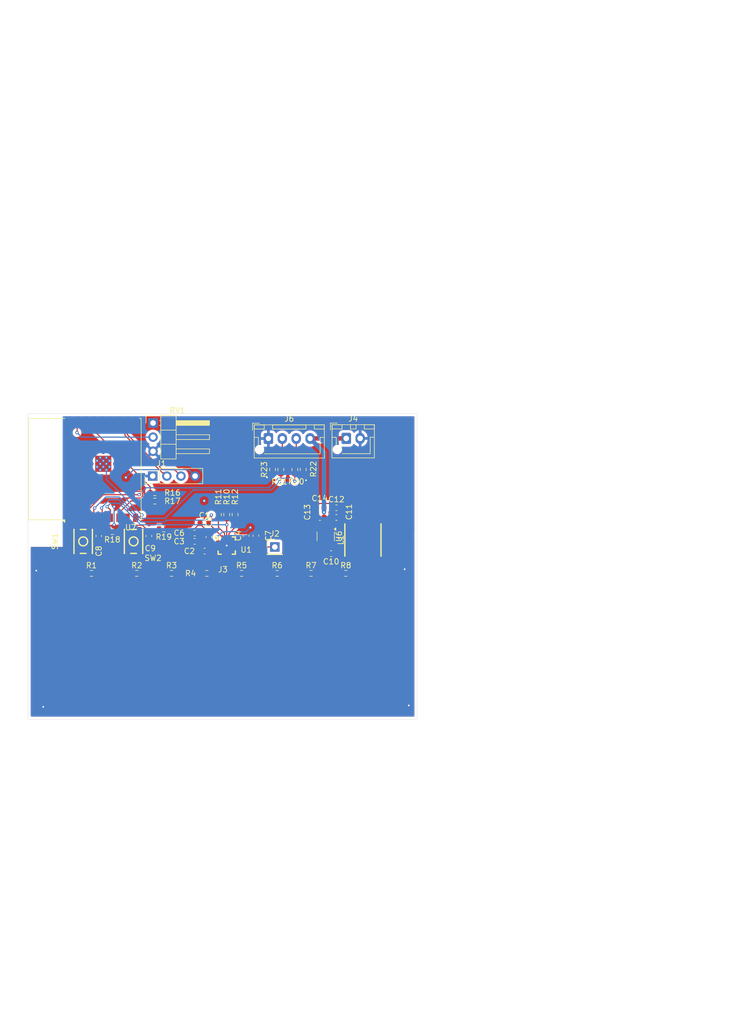
<source format=kicad_pcb>
(kicad_pcb (version 20241229) (generator "pcbnew") (generator_version "9.0")
  (layers (0 "F.Cu" signal) (2 "B.Cu" signal) (13 "F.Paste" user) (15 "B.Paste" user) (5 "F.SilkS" user "F.Silkscreen") (7 "B.SilkS" user "B.Silkscreen") (1 "F.Mask" user) (3 "B.Mask" user) (25 "Edge.Cuts" user))
  (net 0 "")
  (net 1 "MCLR")
  (net 2 "GND")
  (net 3 "VREGA")
  (net 4 "+3.3V")
  (net 5 "VREGD")
  (net 6 "EN")
  (net 7 "BOOT")
  (net 8 "Net-(U6-SW)")
  (net 9 "Net-(U6-BST)")
  (net 10 "+24V")
  (net 11 "TX")
  (net 12 "RX")
  (net 13 "Net-(J2-Pin_1)")
  (net 14 "Net-(J3-Pin_6)")
  (net 15 "Net-(J3-Pin_4)")
  (net 16 "Net-(J3-Pin_1)")
  (net 17 "Net-(J3-Pin_7)")
  (net 18 "Net-(J3-Pin_5)")
  (net 19 "Net-(J3-Pin_3)")
  (net 20 "Net-(J3-Pin_2)")
  (net 21 "Net-(J3-Pin_8)")
  (net 22 "/Main PCB/CLEDPin")
  (net 23 "/Main PCB/WLEDPin")
  (net 24 "Net-(U1-CRx0{slash}CTx0)")
  (net 25 "Net-(U1-CRx1{slash}CTx1)")
  (net 26 "Net-(U1-CRx2{slash}CTx2)")
  (net 27 "Net-(U1-CRx3{slash}CTx3)")
  (net 28 "Net-(U1-CRx4{slash}CTx4)")
  (net 29 "Net-(U1-CRx5{slash}CTx5)")
  (net 30 "Net-(U1-CRx6{slash}CTx6)")
  (net 31 "Net-(U1-CRx7{slash}CTx7)")
  (net 32 "SCL")
  (net 33 "SDA")
  (net 34 "RDY")
  (net 35 "Net-(U7-IO2)")
  (net 36 "Net-(U7-IO8)")
  (net 37 "Net-(U7-IO4)")
  (net 38 "Net-(U7-IO5)")
  (net 39 "PotPin")
  (net 45 "Net-(U7-GND-Pad19)")
  (footprint "Resistor_SMD:R_0603_1608Metric" (layer "F.Cu") (at 74 145.075 -90)
    (property "Reference" "R23")
    (property "Value" "10k")
  )
  (footprint "Resistor_SMD:R_0603_1608Metric" (layer "F.Cu") (at 41.425 163.75)
    (property "Reference" "R1")
    (property "Value" "470")
  )
  (footprint "Resistor_SMD:R_0603_1608Metric" (layer "F.Cu") (at 54.425 155.75 180)
    (property "Reference" "R19")
    (property "Value" "1k")
  )
  (footprint "Resistor_SMD:R_0603_1608Metric" (layer "F.Cu") (at 68.425 163.75)
    (property "Reference" "R5")
    (property "Value" "470")
  )
  (footprint "Resistor_SMD:R_0603_1608Metric" (layer "F.Cu") (at 87.175 163.75)
    (property "Reference" "R8")
    (property "Value" "470")
  )
  (footprint "Resistor_SMD:R_0603_1608Metric" (layer "F.Cu") (at 45.175 156.25 180)
    (property "Reference" "R18")
    (property "Value" "1k")
  )
  (footprint "Resistor_SMD:R_0603_1608Metric" (layer "F.Cu") (at 52.825 149.24)
    (property "Reference" "R16")
    (property "Value" "4.7k")
  )
  (footprint "Resistor_SMD:R_0603_1608Metric" (layer "F.Cu") (at 49.575 163.75)
    (property "Reference" "R2")
    (property "Value" "470")
  )
  (footprint "Resistor_SMD:R_0603_1608Metric" (layer "F.Cu") (at 52.825 150.75)
    (property "Reference" "R17")
    (property "Value" "4.7k")
  )
  (footprint "Capacitor_SMD:C_0603_1608Metric" (layer "F.Cu") (at 82.5 153.7)
    (property "Reference" "C13")
    (property "Value" "22uF")
  )
  (footprint "Capacitor_SMD:C_0603_1608Metric" (layer "F.Cu") (at 42.75 157.025 -90)
    (property "Reference" "C8")
    (property "Value" "0.1uF")
  )
  (footprint "Connector_PinHeader_2.54mm:PinHeader_1x01_P2.54mm_Vertical" (layer "F.Cu") (at 74.4 159)
    (property "Reference" "J2")
    (property "Value" "Conn_01x01")
  )
  (footprint "Resistor_SMD:R_0603_1608Metric" (layer "F.Cu") (at 65.75 153.175 90)
    (property "Reference" "R10")
    (property "Value" "4.7k")
  )
  (footprint "Capacitor_SMD:C_0603_1608Metric" (layer "F.Cu") (at 61.775 159.75)
    (property "Reference" "C2")
    (property "Value" "100pF")
  )
  (footprint "Resistor_SMD:R_0603_1608Metric" (layer "F.Cu") (at 62.175 163.75)
    (property "Reference" "R4")
    (property "Value" "470")
  )
  (footprint "Connector_PinHeader_2.54mm:PinHeader_1x04_P2.54mm_Vertical" (layer "F.Cu") (at 52.44 146.25 90)
    (property "Reference" "J1")
    (property "Value" "Conn_01x04_Pin")
  )
  (footprint "Capacitor_SMD:C_0603_1608Metric" (layer "F.Cu") (at 71 156.975 90)
    (property "Reference" "C7")
    (property "Value" "100pF")
  )
  (footprint "easyeda2kicad:KEY-SMD_4P-L4.2-W3.25-P2.15-TL" (layer "F.Cu") (at 39.94 158 90)
    (property "Reference" "SW1")
    (property "Value" "PTS815SJM250SMTRLFS")
  )
  (footprint "Resistor_SMD:R_0603_1608Metric" (layer "F.Cu") (at 79.5 145.075 -90)
    (property "Reference" "R22")
    (property "Value" "10k")
  )
  (footprint "Resistor_SMD:R_0603_1608Metric" (layer "F.Cu") (at 78 145.075 -90)
    (property "Reference" "R20")
    (property "Value" "1k")
  )
  (footprint "Connector_JST:JST_XH_B4B-XH-AM_1x04_P2.50mm_Vertical" (layer "F.Cu") (at 73.25 139.5)
    (property "Reference" "J6")
    (property "Value" "Conn_01x04")
  )
  (footprint "Connector_JST:JST_XH_B2B-XH-AM_1x02_P2.50mm_Vertical" (layer "F.Cu") (at 87.25 139.475)
    (property "Reference" "J4")
    (property "Value" "Conn_01x02")
  )
  (footprint "Resistor_SMD:R_0603_1608Metric" (layer "F.Cu") (at 80.925 163.75)
    (property "Reference" "R7")
    (property "Value" "470")
  )
  (footprint "Capacitor_SMD:C_0603_1608Metric" (layer "F.Cu") (at 85.475 153.7 180)
    (property "Reference" "C11")
    (property "Value" "22uF")
  )
  (footprint "Capacitor_SMD:C_0603_1608Metric" (layer "F.Cu") (at 59.975 156.5)
    (property "Reference" "C6")
    (property "Value" "2.2uF")
  )
  (footprint "Capacitor_SMD:C_0603_1608Metric" (layer "F.Cu") (at 82.475 151.95)
    (property "Reference" "C14")
    (property "Value" "22uF")
  )
  (footprint "RF_Module:ESP32-C3-WROOM-02" (layer "F.Cu") (at 43.35 145 90)
    (property "Reference" "U7")
    (property "Value" "ESP32-C3-WROOM-02")
  )
  (footprint "Resistor_SMD:R_0603_1608Metric" (layer "F.Cu") (at 67.25 153.175 90)
    (property "Reference" "R12")
    (property "Value" "4.7k")
  )
  (footprint "Capacitor_SMD:C_0603_1608Metric" (layer "F.Cu") (at 51.75 157.025 -90)
    (property "Reference" "C9")
    (property "Value" "0.1uF")
  )
  (footprint "Capacitor_SMD:C_0603_1608Metric" (layer "F.Cu") (at 85.475 151.95 180)
    (property "Reference" "C12")
    (property "Value" "22uF")
  )
  (footprint "Capacitor_SMD:C_0603_1608Metric" (layer "F.Cu") (at 59.975 158)
    (property "Reference" "C3")
    (property "Value" "2.2uF")
  )
  (footprint "easyeda2kicad:IND-SMD_L5.8-W5.8" (layer "F.Cu") (at 90.25 157.75 90)
    (property "Reference" "L1")
    (property "Value" "3.9uH")
  )
  (footprint "Resistor_SMD:R_0603_1608Metric" (layer "F.Cu") (at 64.25 153.175 90)
    (property "Reference" "R11")
    (property "Value" "4.7k")
  )
  (footprint "easyeda2kicad:KEY-SMD_4P-L4.2-W3.25-P2.15-TL" (layer "F.Cu") (at 49 158 90)
    (property "Reference" "SW2")
    (property "Value" "PTS815SJM250SMTRLFS")
  )
  (footprint "Resistor_SMD:R_0603_1608Metric" (layer "F.Cu") (at 75.49 145.075 -90)
    (property "Reference" "R21")
    (property "Value" "1k")
  )
  (footprint "Capacitor_SMD:C_0603_1608Metric" (layer "F.Cu") (at 62.55 157.225 -90)
    (property "Reference" "C5")
    (property "Value" "100pF")
  )
  (footprint "easyeda2kicad:WQFN-20_L3.0-W3.0-P0.40-BL-EP1.7" (layer "F.Cu") (at 65.75 158.75 -90)
    (property "Reference" "U1")
    (property "Value" "IQS7222A001QNR")
  )
  (footprint "Resistor_SMD:R_0603_1608Metric" (layer "F.Cu") (at 55.825 163.75)
    (property "Reference" "R3")
    (property "Value" "470")
  )
  (footprint "Extra:TouchSlider-8_50x20mm" (layer "F.Cu") (at 65.0625 175)
    (property "Reference" "J3")
    (property "Value" "Conn_01x08")
  )
  (footprint "Resistor_SMD:R_0603_1608Metric" (layer "F.Cu") (at 74.825 163.75)
    (property "Reference" "R6")
    (property "Value" "470")
  )
  (footprint "Package_TO_SOT_SMD:TSOT-23-6" (layer "F.Cu") (at 83.55 157.0875 -90)
    (property "Reference" "U6")
    (property "Value" "AP63203WU")
  )
  (footprint "Capacitor_SMD:C_0603_1608Metric" (layer "F.Cu") (at 69.25 156.975 90)
    (property "Reference" "C4")
    (property "Value" "4.7uF")
  )
  (footprint "Connector_PinHeader_2.54mm:PinHeader_1x03_P2.54mm_Horizontal" (layer "F.Cu") (at 52.5 136.71)
    (property "Reference" "RV1")
    (property "Value" "R_Potentiometer")
  )
  (footprint "Capacitor_SMD:C_0603_1608Metric" (layer "F.Cu") (at 84.525 160.2 180)
    (property "Reference" "C10")
    (property "Value" "100nF")
  )
  (footprint "Capacitor_SMD:C_0603_1608Metric" (layer "F.Cu") (at 61.725 154.75)
    (property "Reference" "C1")
    (property "Value" "100nF")
  )
  (gr_line (start 100 190) (end 100 135) (stroke (width 0.05)) (layer "Edge.Cuts"))
  (gr_line (start 30 135) (end 30 190) (stroke (width 0.05)) (layer "Edge.Cuts"))
  (gr_line (start 30 190) (end 100 190) (stroke (width 0.05)) (layer "Edge.Cuts"))
  (gr_line (start 100 135) (end 30 135) (stroke (width 0.05)) (layer "Edge.Cuts"))
  (segment (start 62.5 154.75) (end 64.95 157.2) (width 0.2) (layer "F.Cu") (net 1))
  (segment (start 64.95 157.2) (end 64.95 157.25) (width 0.2) (layer "F.Cu") (net 1))
  (segment (start 81.7 157.325) (end 82.6 158.225) (width 0.2) (layer "F.Cu") (net 2))
  (segment (start 79.5 146.5) (end 80 147) (width 0.2) (layer "F.Cu") (net 2))
  (segment (start 50 158) (end 50.08 157.92) (width 0.2) (layer "F.Cu") (net 2))
  (segment (start 41.02 157.98) (end 41 158) (width 0.2) (layer "F.Cu") (net 2))
  (segment (start 62.55 156.45) (end 60.95 154.85) (width 0.2) (layer "F.Cu") (net 2))
  (segment (start 60.95 154.85) (end 60.95 154.75) (width 0.2) (layer "F.Cu") (net 2))
  (segment (start 41.02 155.92) (end 41.02 157.98) (width 0.2) (layer "F.Cu") (net 2))
  (segment (start 60.95 154.75) (end 59.2 156.5) (width 0.2) (layer "F.Cu") (net 2))
  (segment (start 59.25 158) (end 59.2 158) (width 0.2) (layer "F.Cu") (net 2))
  (segment (start 74 145.9) (end 73.6 145.9) (width 0.2) (layer "F.Cu") (net 2))
  (segment (start 81.7 151.95) (end 81.7 157.325) (width 0.2) (layer "F.Cu") (net 2))
  (segment (start 85.474 151.174) (end 82.476 151.174) (width 0.2) (layer "F.Cu") (net 2))
  (segment (start 66.55 157.95) (end 65.75 158.75) (width 0.2) (layer "F.Cu") (net 2))
  (segment (start 86.25 151.95) (end 85.474 151.174) (width 0.2) (layer "F.Cu") (net 2))
  (segment (start 82.476 151.174) (end 81.7 151.95) (width 0.2) (layer "F.Cu") (net 2))
  (segment (start 66.55 157.25) (end 66.55 157.95) (width 0.2) (layer "F.Cu") (net 2))
  (segment (start 50.08 155.92) (end 50.08 157.92) (width 0.2) (layer "F.Cu") (net 2))
  (segment (start 67.25 157.95) (end 66.55 157.95) (width 0.2) (layer "F.Cu") (net 2))
  (segment (start 61 159.75) (end 59.25 158) (width 0.2) (layer "F.Cu") (net 2))
  (segment (start 79.5 145.9) (end 79.5 146.5) (width 0.2) (layer "F.Cu") (net 2))
  (segment (start 64.25 158.75) (end 65.75 158.75) (width 0.2) (layer "F.Cu") (net 2))
  (segment (start 73.6 145.9) (end 73 146.5) (width 0.2) (layer "F.Cu") (net 2))
  (via (at 31.5 163.25) (size 0.6) (drill 0.3) (layers "F.Cu" "B.Cu") (net 2))
  (via (at 97.75 163) (size 0.6) (drill 0.3) (layers "F.Cu" "B.Cu") (net 2))
  (via (at 65.75 158.75) (size 0.6) (drill 0.3) (layers "F.Cu" "B.Cu") (net 2))
  (via (at 98.5 187.5) (size 0.6) (drill 0.3) (layers "F.Cu" "B.Cu") (net 2))
  (via (at 80 147) (size 0.6) (drill 0.3) (layers "F.Cu" "B.Cu") (net 2))
  (via (at 32.75 187.75) (size 0.6) (drill 0.3) (layers "F.Cu" "B.Cu") (net 2))
  (via (at 73 146.5) (size 0.6) (drill 0.3) (layers "F.Cu" "B.Cu") (net 2))
  (segment (start 60.95 157.95) (end 61 158) (width 0.2) (layer "F.Cu") (net 3))
  (segment (start 62.55 159.75) (end 63.15 159.15) (width 0.2) (layer "F.Cu") (net 3))
  (segment (start 62.55 159.75) (end 62.5 159.75) (width 0.2) (layer "F.Cu") (net 3))
  (segment (start 62.5 159.75) (end 60.75 158) (width 0.2) (layer "F.Cu") (net 3))
  (segment (start 63.15 159.15) (end 64.25 159.15) (width 0.2) (layer "F.Cu") (net 3))
  (segment (start 50.601 149.351057) (end 50.248943 148.999) (width 0.2) (layer "F.Cu") (net 4))
  (segment (start 84.7 153.7) (end 84.7 154.2) (width 0.2) (layer "F.Cu") (net 4))
  (segment (start 61.7 147.89) (end 61.7 150.7) (width 0.2) (layer "F.Cu") (net 4))
  (segment (start 85.75 155.25) (end 85.75 155.3) (width 0.2) (layer "F.Cu") (net 4))
  (segment (start 84.65 155.8) (end 84.5 155.95) (width 0.2) (layer "F.Cu") (net 4))
  (segment (start 86.8 155.8) (end 84.7 153.7) (width 0.2) (layer "F.Cu") (net 4))
  (segment (start 69.25 156.2) (end 70 156.2) (width 0.2) (layer "F.Cu") (net 4))
  (segment (start 70 156.2) (end 70 155.5) (width 0.2) (layer "F.Cu") (net 4))
  (segment (start 64.25 157.95) (end 64.25 157.5) (width 0.2) (layer "F.Cu") (net 4))
  (segment (start 90.25 155.8) (end 86.25 155.8) (width 0.2) (layer "F.Cu") (net 4))
  (segment (start 45.5 151.75) (end 47.049 150.201) (width 0.2) (layer "F.Cu") (net 4))
  (segment (start 84.7 155.75) (end 84.5 155.95) (width 0.2) (layer "F.Cu") (net 4))
  (segment (start 84.7 153.7) (end 84.7 155.75) (width 0.2) (layer "F.Cu") (net 4))
  (segment (start 85.75 155.3) (end 86.25 155.8) (width 0.2) (layer "F.Cu") (net 4))
  (segment (start 47.049 150.201) (end 50.248943 150.201) (width 0.2) (layer "F.Cu") (net 4))
  (segment (start 60.06 146.25) (end 61.7 147.89) (width 0.2) (layer "F.Cu") (net 4))
  (segment (start 50.601 149.848943) (end 50.601 149.351057) (width 0.2) (layer "F.Cu") (net 4))
  (segment (start 84.7 154.2) (end 85.75 155.25) (width 0.2) (layer "F.Cu") (net 4))
  (segment (start 41.001 148.999) (end 40 150) (width 0.2) (layer "F.Cu") (net 4))
  (segment (start 86.25 155.8) (end 84.65 155.8) (width 0.2) (layer "F.Cu") (net 4))
  (segment (start 90.25 155.8) (end 86.8 155.8) (width 0.2) (layer "F.Cu") (net 4))
  (segment (start 70 156.2) (end 71 156.2) (width 0.2) (layer "F.Cu") (net 4))
  (segment (start 64.25 157.5) (end 64 157.25) (width 0.2) (layer "F.Cu") (net 4))
  (segment (start 50.248943 150.201) (end 50.601 149.848943) (width 0.2) (layer "F.Cu") (net 4))
  (segment (start 50.248943 148.999) (end 41.001 148.999) (width 0.2) (layer "F.Cu") (net 4))
  (via (at 47.6 146.5) (size 0.6) (drill 0.3) (layers "F.Cu" "B.Cu") (net 4))
  (via (at 64 157.25) (size 0.6) (drill 0.3) (layers "F.Cu" "B.Cu") (net 4))
  (via (at 45.5 155) (size 0.6) (drill 0.3) (layers "F.Cu" "B.Cu") (net 4))
  (via (at 61.7 150.7) (size 0.6) (drill 0.3) (layers "F.Cu" "B.Cu") (net 4))
  (via (at 70 155.5) (size 0.6) (drill 0.3) (layers "F.Cu" "B.Cu") (net 4))
  (via (at 45.5 151.75) (size 0.6) (drill 0.3) (layers "F.Cu" "B.Cu") (net 4))
  (segment (start 49.001 145.099) (end 47.6 146.5) (width 0.2) (layer "B.Cu") (net 4))
  (segment (start 65 156.25) (end 64 157.25) (width 0.2) (layer "B.Cu") (net 4))
  (segment (start 60.06 146.25) (end 58.909 145.099) (width 0.2) (layer "B.Cu") (net 4))
  (segment (start 45.5 155) (end 45.5 151.75) (width 0.2) (layer "B.Cu") (net 4))
  (segment (start 70 155.5) (end 69.25 156.25) (width 0.2) (layer "B.Cu") (net 4))
  (segment (start 58.909 145.099) (end 49.001 145.099) (width 0.2) (layer "B.Cu") (net 4))
  (segment (start 69.25 156.25) (end 65 156.25) (width 0.2) (layer "B.Cu") (net 4))
  (segment (start 62.25 158) (end 62.55 158) (width 0.2) (layer "F.Cu") (net 5))
  (segment (start 60.75 156.5) (end 62.25 158) (width 0.2) (layer "F.Cu") (net 5))
  (segment (start 64.25 158.35) (end 62.9 158.35) (width 0.2) (layer "F.Cu") (net 5))
  (segment (start 62.9 158.35) (end 62.55 158) (width 0.2) (layer "F.Cu") (net 5))
  (segment (start 44.35 156.25) (end 42.75 156.25) (width 0.2) (layer "F.Cu") (net 6))
  (segment (start 38.85 153.75) (end 38.85 155.91) (width 0.2) (layer "F.Cu") (net 6))
  (segment (start 39.686 155.094) (end 38.86 155.92) (width 0.2) (layer "F.Cu") (net 6))
  (segment (start 42.75 156.25) (end 41.594 155.094) (width 0.2) (layer "F.Cu") (net 6))
  (segment (start 41.594 155.094) (end 39.686 155.094) (width 0.2) (layer "F.Cu") (net 6))
  (segment (start 38.85 155.91) (end 38.86 155.92) (width 0.2) (layer "F.Cu") (net 6))
  (segment (start 53.6 155.75) (end 52.25 155.75) (width 0.2) (layer "F.Cu") (net 7))
  (segment (start 51.75 156.25) (end 50.594 155.094) (width 0.2) (layer "F.Cu") (net 7))
  (segment (start 52.25 155.75) (end 51.75 156.25) (width 0.2) (layer "F.Cu") (net 7))
  (segment (start 47.85 155.85) (end 47.92 155.92) (width 0.2) (layer "F.Cu") (net 7))
  (segment (start 47.85 153.75) (end 47.85 155.85) (width 0.2) (layer "F.Cu") (net 7))
  (segment (start 48.746 155.094) (end 47.92 155.92) (width 0.2) (layer "F.Cu") (net 7))
  (segment (start 50.594 155.094) (end 48.746 155.094) (width 0.2) (layer "F.Cu") (net 7))
  (segment (start 88.974 160.976) (end 90.25 159.7) (width 0.2) (layer "F.Cu") (net 8))
  (segment (start 83.75 160.2) (end 84.526 160.976) (width 0.2) (layer "F.Cu") (net 8))
  (segment (start 83.55 158.225) (end 83.55 160) (width 0.2) (layer "F.Cu") (net 8))
  (segment (start 84.526 160.976) (end 88.974 160.976) (width 0.2) (layer "F.Cu") (net 8))
  (segment (start 83.55 160) (end 83.75 160.2) (width 0.2) (layer "F.Cu") (net 8))
  (segment (start 84.5 159.4) (end 85.3 160.2) (width 0.2) (layer "F.Cu") (net 9))
  (segment (start 84.5 158.225) (end 84.5 159.4) (width 0.2) (layer "F.Cu") (net 9))
  (segment (start 83.275 155.675) (end 83.55 155.95) (width 0.2) (layer "F.Cu") (net 10))
  (segment (start 83.275 155.275) (end 83.025 155.525) (width 0.2) (layer "F.Cu") (net 10))
  (segment (start 87.25 139.475) (end 80.775 139.475) (width 0.8) (layer "F.Cu") (net 10))
  (segment (start 83.55 155.95) (end 82.6 155.95) (width 0.2) (layer "F.Cu") (net 10))
  (segment (start 83.25 153.675) (end 83.275 153.7) (width 0.2) (layer "F.Cu") (net 10))
  (segment (start 83.275 153.7) (end 83.275 155.275) (width 0.2) (layer "F.Cu") (net 10))
  (segment (start 83.25 151.95) (end 83.25 153.675) (width 0.2) (layer "F.Cu") (net 10))
  (segment (start 83.125 155.525) (end 83.025 155.525) (width 0.2) (layer "F.Cu") (net 10))
  (segment (start 83.25 151.95) (end 83.25 152.75) (width 0.2) (layer "F.Cu") (net 10))
  (segment (start 80.775 139.475) (end 80.75 139.5) (width 0.8) (layer "F.Cu") (net 10))
  (segment (start 83.25 152.75) (end 83.25 155.3) (width 0.2) (layer "F.Cu") (net 10))
  (segment (start 83.025 155.525) (end 82.6 155.95) (width 0.2) (layer "F.Cu") (net 10))
  (segment (start 83.55 155.95) (end 83.125 155.525) (width 0.2) (layer "F.Cu") (net 10))
  (segment (start 83.25 155.3) (end 82.6 155.95) (width 0.2) (layer "F.Cu") (net 10))
  (segment (start 83.275 153.7) (end 83.275 155.675) (width 0.2) (layer "F.Cu") (net 10))
  (via (at 83.25 152.75) (size 0.6) (drill 0.3) (layers "F.Cu" "B.Cu") (net 10))
  (segment (start 83.25 142) (end 83.25 152.75) (width 0.8) (layer "B.Cu") (net 10))
  (segment (start 80.75 139.5) (end 83.25 142) (width 0.8) (layer "B.Cu") (net 10))
  (segment (start 54.25757 145.74243) (end 47.449 138.93386) (width 0.2) (layer "F.Cu") (net 11))
  (segment (start 54.365 145.635) (end 54.25757 145.74243) (width 0.2) (layer "F.Cu") (net 11))
  (segment (start 54.98 146.25) (end 54.365 145.635) (width 0.2) (layer "F.Cu") (net 11))
  (segment (start 47.449 138.93386) (end 47.449 137.699) (width 0.2) (layer "F.Cu") (net 11))
  (segment (start 46.35 136.6) (end 46.35 136.25) (width 0.2) (layer "F.Cu") (net 11))
  (segment (start 47.449 137.699) (end 46.35 136.6) (width 0.2) (layer "F.Cu") (net 11))
  (segment (start 47.85 138.76776) (end 54.18124 145.099) (width 0.2) (layer "F.Cu") (net 12))
  (segment (start 47.85 136.25) (end 47.85 138.76776) (width 0.2) (layer "F.Cu") (net 12))
  (segment (start 56.369 145.099) (end 57.52 146.25) (width 0.2) (layer "F.Cu") (net 12))
  (segment (start 54.18124 145.099) (end 56.369 145.099) (width 0.2) (layer "F.Cu") (net 12))
  (segment (start 68.5 159) (end 74.4 159) (width 0.2) (layer "F.Cu") (net 13))
  (segment (start 67.85 158.35) (end 68.5 159) (width 0.2) (layer "F.Cu") (net 13))
  (segment (start 67.25 158.35) (end 67.85 158.35) (width 0.2) (layer "F.Cu") (net 13))
  (segment (start 75.65 163.75) (end 75.65 167.4) (width 0.2) (layer "F.Cu") (net 14))
  (segment (start 75.65 167.4) (end 75.75 167.5) (width 0.2) (layer "F.Cu") (net 14))
  (segment (start 63 163.75) (end 63 167.25) (width 0.2) (layer "F.Cu") (net 15))
  (segment (start 63 167.25) (end 63.25 167.5) (width 0.2) (layer "F.Cu") (net 15))
  (segment (start 42.25 163.75) (end 42.25 165.25) (width 0.2) (layer "F.Cu") (net 16))
  (segment (start 42.25 165.25) (end 44.5 167.5) (width 0.2) (layer "F.Cu") (net 16))
  (segment (start 81.75 167.25) (end 82 167.5) (width 0.2) (layer "F.Cu") (net 17))
  (segment (start 81.75 163.75) (end 81.75 167.25) (width 0.2) (layer "F.Cu") (net 17))
  (segment (start 69.25 163.75) (end 69.25 167.25) (width 0.2) (layer "F.Cu") (net 18))
  (segment (start 69.25 167.25) (end 69.5 167.5) (width 0.2) (layer "F.Cu") (net 18))
  (segment (start 56.65 167.15) (end 57 167.5) (width 0.2) (layer "F.Cu") (net 19))
  (segment (start 56.65 163.75) (end 56.65 167.15) (width 0.2) (layer "F.Cu") (net 19))
  (segment (start 50.4 163.75) (end 50.4 167.15) (width 0.2) (layer "F.Cu") (net 20))
  (segment (start 50.4 167.15) (end 50.75 167.5) (width 0.2) (layer "F.Cu") (net 20))
  (segment (start 88 163.75) (end 88 169.8125) (width 0.2) (layer "F.Cu") (net 21))
  (segment (start 88 169.8125) (end 87.8125 170) (width 0.2) (layer "F.Cu") (net 21))
  (segment (start 75.75 143.99) (end 75.49 144.25) (width 0.2) (layer "F.Cu") (net 22))
  (segment (start 75.75 139.5) (end 75.75 143.99) (width 0.2) (layer "F.Cu") (net 22))
  (segment (start 75.49 144.25) (end 74 144.25) (width 0.2) (layer "F.Cu") (net 22))
  (segment (start 79.5 144.25) (end 78 144.25) (width 0.2) (layer "F.Cu") (net 23))
  (segment (start 78.25 139.5) (end 78.25 144) (width 0.2) (layer "F.Cu") (net 23))
  (segment (start 78.25 144) (end 78 144.25) (width 0.2) (layer "F.Cu") (net 23))
  (segment (start 64.25 159.55) (end 64.25 160.45) (width 0.2) (layer "F.Cu") (net 24))
  (segment (start 50.4 161.2) (end 50.1 161.5) (width 0.2) (layer "F.Cu") (net 24))
  (segment (start 50.1 161.5) (end 42.85 161.5) (width 0.2) (layer "F.Cu") (net 24))
  (segment (start 63.5 161.2) (end 50.4 161.2) (width 0.2) (layer "F.Cu") (net 24))
  (segment (start 42.85 161.5) (end 40.6 163.75) (width 0.2) (layer "F.Cu") (net 24))
  (segment (start 64.25 160.45) (end 63.5 161.2) (width 0.2) (layer "F.Cu") (net 24))
  (segment (start 64.95 160.65) (end 63.8 161.8) (width 0.2) (layer "F.Cu") (net 25))
  (segment (start 63.8 161.8) (end 50.7 161.8) (width 0.2) (layer "F.Cu") (net 25))
  (segment (start 64.95 160.25) (end 64.95 160.65) (width 0.2) (layer "F.Cu") (net 25))
  (segment (start 50.7 161.8) (end 48.75 163.75) (width 0.2) (layer "F.Cu") (net 25))
  (segment (start 56.55 162.2) (end 64.0329 162.2) (width 0.2) (layer "F.Cu") (net 26))
  (segment (start 65.35 160.8829) (end 65.35 160.25) (width 0.2) (layer "F.Cu") (net 26))
  (segment (start 64.0329 162.2) (end 65.35 160.8829) (width 0.2) (layer "F.Cu") (net 26))
  (segment (start 55 163.75) (end 56.55 162.2) (width 0.2) (layer "F.Cu") (net 26))
  (segment (start 62.4 162.7) (end 61.35 163.75) (width 0.2) (layer "F.Cu") (net 27))
  (segment (start 65.75 160.25) (end 65.75 161.05) (width 0.2) (layer "F.Cu") (net 27))
  (segment (start 65.75 161.05) (end 64.1 162.7) (width 0.2) (layer "F.Cu") (net 27))
  (segment (start 64.1 162.7) (end 62.4 162.7) (width 0.2) (layer "F.Cu") (net 27))
  (segment (start 66.15 162.3) (end 66.15 160.25) (width 0.2) (layer "F.Cu") (net 28))
  (segment (start 67.6 163.75) (end 66.15 162.3) (width 0.2) (layer "F.Cu") (net 28))
  (segment (start 67.7 162.1) (end 72.35 162.1) (width 0.2) (layer "F.Cu") (net 29))
  (segment (start 66.55 160.25) (end 66.55 160.95) (width 0.2) (layer "F.Cu") (net 29))
  (segment (start 66.55 160.95) (end 67.7 162.1) (width 0.2) (layer "F.Cu") (net 29))
  (segment (start 72.35 162.1) (end 74 163.75) (width 0.2) (layer "F.Cu") (net 29))
  (segment (start 73.7 162.8) (end 79.15 162.8) (width 0.2) (layer "F.Cu") (net 30))
  (segment (start 72.599 161.699) (end 73.7 162.8) (width 0.2) (layer "F.Cu") (net 30))
  (segment (start 67.25 159.55) (end 67.25 160.45) (width 0.2) (layer "F.Cu") (net 30))
  (segment (start 67.25 160.45) (end 68.499 161.699) (width 0.2) (layer "F.Cu") (net 30))
  (segment (start 79.15 162.8) (end 80.1 163.75) (width 0.2) (layer "F.Cu") (net 30))
  (segment (start 68.499 161.699) (end 72.599 161.699) (width 0.2) (layer "F.Cu") (net 30))
  (segment (start 72.798 161.298) (end 73.9 162.4) (width 0.2) (layer "F.Cu") (net 31))
  (segment (start 68.798 161.298) (end 72.798 161.298) (width 0.2) (layer "F.Cu") (net 31))
  (segment (start 68.1 159.3) (end 68.1 160.6) (width 0.2) (layer "F.Cu") (net 31))
  (segment (start 68.1 160.6) (end 68.798 161.298) (width 0.2) (layer "F.Cu") (net 31))
  (segment (start 80.8 162.8) (end 85.4 162.8) (width 0.2) (layer "F.Cu") (net 31))
  (segment (start 73.9 162.4) (end 80.4 162.4) (width 0.2) (layer "F.Cu") (net 31))
  (segment (start 80.4 162.4) (end 80.8 162.8) (width 0.2) (layer "F.Cu") (net 31))
  (segment (start 67.25 159.15) (end 67.95 159.15) (width 0.2) (layer "F.Cu") (net 31))
  (segment (start 85.4 162.8) (end 86.35 163.75) (width 0.2) (layer "F.Cu") (net 31))
  (segment (start 67.95 159.15) (end 68.1 159.3) (width 0.2) (layer "F.Cu") (net 31))
  (segment (start 44.85 153.75) (end 44.85 152.35) (width 0.2) (layer "F.Cu") (net 32))
  (segment (start 65.75 157.25) (end 65.75 155) (width 0.2) (layer "F.Cu") (net 32))
  (segment (start 65.75 154) (end 65.75 155) (width 0.2) (layer "F.Cu") (net 32))
  (segment (start 44.85 152.35) (end 44.25 151.75) (width 0.2) (layer "F.Cu") (net 32))
  (via (at 65.75 155) (size 0.6) (drill 0.3) (layers "F.Cu" "B.Cu") (net 32))
  (via (at 44.25 151.75) (size 0.6) (drill 0.3) (layers "F.Cu" "B.Cu") (net 32))
  (segment (start 50.265857 155) (end 65.75 155) (width 0.2) (layer "B.Cu") (net 32))
  (segment (start 44.851 151.149) (end 46.414857 151.149) (width 0.2) (layer "B.Cu") (net 32))
  (segment (start 44.25 151.75) (end 44.851 151.149) (width 0.2) (layer "B.Cu") (net 32))
  (segment (start 46.414857 151.149) (end 50.265857 155) (width 0.2) (layer "B.Cu") (net 32))
  (segment (start 43.35 152.1) (end 43.25 152) (width 0.2) (layer "F.Cu") (net 33))
  (segment (start 64.25 154) (end 64.25 155.45) (width 0.2) (layer "F.Cu") (net 33))
  (segment (start 63 153.880289) (end 63.119711 154) (width 0.2) (layer "F.Cu") (net 33))
  (segment (start 63.119711 154) (end 64.25 154) (width 0.2) (layer "F.Cu") (net 33))
  (segment (start 65.35 156.55) (end 65.35 157.25) (width 0.2) (layer "F.Cu") (net 33))
  (segment (start 43.35 153.75) (end 43.35 152.1) (width 0.2) (layer "F.Cu") (net 33))
  (segment (start 63 153.25) (end 63 153.880289) (width 0.2) (layer "F.Cu") (net 33))
  (segment (start 64.25 155.45) (end 65.35 156.55) (width 0.2) (layer "F.Cu") (net 33))
  (via (at 63 153.25) (size 0.6) (drill 0.3) (layers "F.Cu" "B.Cu") (net 33))
  (via (at 43.25 152) (size 0.6) (drill 0.3) (layers "F.Cu" "B.Cu") (net 33))
  (segment (start 44.650057 150.5) (end 43.25 151.900057) (width 0.2) (layer "B.Cu") (net 33))
  (segment (start 63 153.25) (end 62.067696 154.182304) (width 0.2) (layer "B.Cu") (net 33))
  (segment (start 54.5671 154.5) (end 50.332957 154.5) (width 0.2) (layer "B.Cu") (net 33))
  (segment (start 62.067696 154.182304) (end 54.884796 154.182304) (width 0.2) (layer "B.Cu") (net 33))
  (segment (start 50.332957 154.5) (end 46.332957 150.5) (width 0.2) (layer "B.Cu") (net 33))
  (segment (start 54.884796 154.182304) (end 54.5671 154.5) (width 0.2) (layer "B.Cu") (net 33))
  (segment (start 46.332957 150.5) (end 44.650057 150.5) (width 0.2) (layer "B.Cu") (net 33))
  (segment (start 43.25 151.900057) (end 43.25 152) (width 0.2) (layer "B.Cu") (net 33))
  (segment (start 66.15 157.25) (end 66.15 156.6) (width 0.2) (layer "F.Cu") (net 34))
  (segment (start 67.25 155.5) (end 67.25 154) (width 0.2) (layer "F.Cu") (net 34))
  (segment (start 66.15 156.6) (end 67.25 155.5) (width 0.2) (layer "F.Cu") (net 34))
  (segment (start 40.35 136.25) (end 40.35 136.55) (width 0.2) (layer "F.Cu") (net 35))
  (segment (start 40.35 136.55) (end 52 148.2) (width 0.2) (layer "F.Cu") (net 35))
  (segment (start 52 148.2) (end 52 149.24) (width 0.2) (layer "F.Cu") (net 35))
  (segment (start 52 150.75) (end 48.5 150.75) (width 0.2) (layer "F.Cu") (net 36))
  (segment (start 48.5 150.75) (end 46.35 152.9) (width 0.2) (layer "F.Cu") (net 36))
  (segment (start 46.35 152.9) (end 46.35 153.75) (width 0.2) (layer "F.Cu") (net 36))
  (segment (start 40.35 153.75) (end 40.35 152.8) (width 0.2) (layer "F.Cu") (net 37))
  (segment (start 43.55 149.6) (end 50 149.6) (width 0.2) (layer "F.Cu") (net 37))
  (segment (start 40.35 152.8) (end 43.55 149.6) (width 0.2) (layer "F.Cu") (net 37))
  (segment (start 78 145.9) (end 78 147.2) (width 0.2) (layer "F.Cu") (net 37))
  (via (at 78 147.2) (size 0.6) (drill 0.3) (layers "F.Cu" "B.Cu") (net 37))
  (via (at 50 149.6) (size 0.6) (drill 0.3) (layers "F.Cu" "B.Cu") (net 37))
  (segment (start 50 149.6) (end 51.251 148.349) (width 0.2) (layer "B.Cu") (net 37))
  (segment (start 51.251 148.349) (end 73.3 148.349) (width 0.2) (layer "B.Cu") (net 37))
  (segment (start 75 146.649) (end 77.449 146.649) (width 0.2) (layer "B.Cu") (net 37))
  (segment (start 73.3 148.349) (end 75 146.649) (width 0.2) (layer "B.Cu") (net 37))
  (segment (start 77.449 146.649) (end 78 147.2) (width 0.2) (layer "B.Cu") (net 37))
  (segment (start 41.85 152.15) (end 42 152) (width 0.2) (layer "F.Cu") (net 38))
  (segment (start 75.49 145.9) (end 75.49 147.01) (width 0.2) (layer "F.Cu") (net 38))
  (segment (start 75.49 147.01) (end 75.25 147.25) (width 0.2) (layer "F.Cu") (net 38))
  (segment (start 41.85 153.75) (end 41.85 152.15) (width 0.2) (layer "F.Cu") (net 38))
  (via (at 42 152) (size 0.6) (drill 0.3) (layers "F.Cu" "B.Cu") (net 38))
  (via (at 75.25 147.25) (size 0.6) (drill 0.3) (layers "F.Cu" "B.Cu") (net 38))
  (segment (start 54.649 153.851) (end 59.75 148.75) (width 0.2) (layer "B.Cu") (net 38))
  (segment (start 73.75 148.75) (end 75.25 147.25) (width 0.2) (layer "B.Cu") (net 38))
  (segment (start 46.400057 150) (end 50.251057 153.851) (width 0.2) (layer "B.Cu") (net 38))
  (segment (start 59.75 148.75) (end 73.75 148.75) (width 0.2) (layer "B.Cu") (net 38))
  (segment (start 50.251057 153.851) (end 54.649 153.851) (width 0.2) (layer "B.Cu") (net 38))
  (segment (start 42 152) (end 44 150) (width 0.2) (layer "B.Cu") (net 38))
  (segment (start 44 150) (end 46.400057 150) (width 0.2) (layer "B.Cu") (net 38))
  (segment (start 38.85 138.410533) (end 38.826789 138.433744) (width 0.2) (layer "F.Cu") (net 39))
  (segment (start 38.85 136.25) (end 38.85 138.410533) (width 0.2) (layer "F.Cu") (net 39))
  (via (at 38.826789 138.433744) (size 0.6) (drill 0.3) (layers "F.Cu" "B.Cu") (net 39))
  (segment (start 52.5 139.25) (end 39.643045 139.25) (width 0.2) (layer "B.Cu") (net 39))
  (segment (start 39.643045 139.25) (end 38.826789 138.433744) (width 0.2) (layer "B.Cu") (net 39))
  (segment (start 49.35 153.75) (end 50 153.75) (width 0.2) (layer "F.Cu") (net 45))
  (segment (start 50 153.75) (end 50.5 153.25) (width 0.2) (layer "F.Cu") (net 45))
  (via (at 50.5 153.25) (size 0.6) (drill 0.3) (layers "F.Cu" "B.Cu") (net 45))
  (segment (start 44.1 145.14) (end 44.1 146.85) (width 0.2) (layer "B.Cu") (net 45))
  (segment (start 44.1 146.85) (end 50.5 153.25) (width 0.2) (layer "B.Cu") (net 45))
  (zone (net 4) (net_name "+3.3V") (layer "F.Cu") (priority 1) (connect_pads yes (clearance 0.5)) (min_thickness 0.25) (fill yes (thermal_gap 0.5) (thermal_bridge_width 0.5))
    (polygon (pts (xy 29.25 134) (xy 101.75 133.5) (xy 102 155.75) (xy 102 156.75) (xy 25.940909 156.75)))
  )
  (zone (net 2) (net_name "GND") (layers "F.Cu" "B.Cu") (connect_pads (clearance 0.5)) (min_thickness 0.25) (fill yes (thermal_gap 0.5) (thermal_bridge_width 0.5))
    (polygon (pts (xy 29.25 134) (xy 28.75 191.25) (xy 102.5 191.5) (xy 101.75 133.5)))
  )
)
</source>
